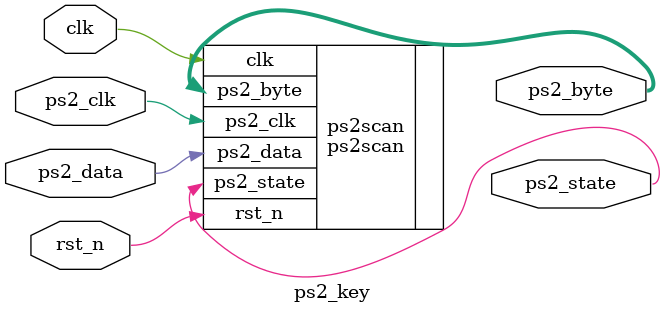
<source format=v>
`timescale 1ns / 1ps
module ps2_key(
	clk, rst_n,
	ps2_clk, ps2_data,
	ps2_byte, ps2_state
    );
	 
	 input clk;
	 input rst_n;
	 input ps2_clk;
	 input ps2_data; 
	 output [7:0] ps2_byte;
	 output ps2_state;
	
	 ps2scan ps2scan(.clk(clk), .rst_n(rst_n),
						  .ps2_clk(ps2_clk), .ps2_data(ps2_data),
						  .ps2_byte(ps2_byte), .ps2_state(ps2_state));	

endmodule

</source>
